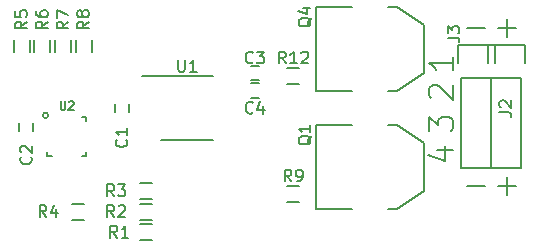
<source format=gbr>
G04 #@! TF.FileFunction,Legend,Top*
%FSLAX46Y46*%
G04 Gerber Fmt 4.6, Leading zero omitted, Abs format (unit mm)*
G04 Created by KiCad (PCBNEW 4.0.2+e4-6225~38~ubuntu14.04.1-stable) date Sat 23 Jul 2016 00:45:22 PDT*
%MOMM*%
G01*
G04 APERTURE LIST*
%ADD10C,0.100000*%
%ADD11C,0.200000*%
%ADD12C,0.150000*%
%ADD13C,0.152400*%
G04 APERTURE END LIST*
D10*
D11*
X161671429Y-85519048D02*
X163004762Y-85519048D01*
X160909524Y-85995238D02*
X162338095Y-86471429D01*
X162338095Y-85233333D01*
X161004762Y-83966667D02*
X161004762Y-82728571D01*
X161766667Y-83395238D01*
X161766667Y-83109524D01*
X161861905Y-82919048D01*
X161957143Y-82823810D01*
X162147619Y-82728571D01*
X162623810Y-82728571D01*
X162814286Y-82823810D01*
X162909524Y-82919048D01*
X163004762Y-83109524D01*
X163004762Y-83680952D01*
X162909524Y-83871429D01*
X162814286Y-83966667D01*
X161195238Y-81171429D02*
X161100000Y-81076191D01*
X161004762Y-80885714D01*
X161004762Y-80409524D01*
X161100000Y-80219048D01*
X161195238Y-80123810D01*
X161385714Y-80028571D01*
X161576190Y-80028571D01*
X161861905Y-80123810D01*
X163004762Y-81266667D01*
X163004762Y-80028571D01*
X163004762Y-77628571D02*
X163004762Y-78771429D01*
X163004762Y-78200000D02*
X161004762Y-78200000D01*
X161290476Y-78390476D01*
X161480952Y-78580952D01*
X161576190Y-78771429D01*
X165761905Y-75242857D02*
X164238095Y-75242857D01*
X165761905Y-88542857D02*
X164238095Y-88542857D01*
X168361905Y-88542857D02*
X166838095Y-88542857D01*
X167600000Y-89304762D02*
X167600000Y-87780952D01*
X168361905Y-75242857D02*
X166838095Y-75242857D01*
X167600000Y-76004762D02*
X167600000Y-74480952D01*
D12*
X154476000Y-83444000D02*
X151428000Y-83444000D01*
X151428000Y-83444000D02*
X151428000Y-90556000D01*
X151428000Y-90556000D02*
X154476000Y-90556000D01*
X157524000Y-83444000D02*
X158286000Y-83444000D01*
X158286000Y-83444000D02*
X160572000Y-84968000D01*
X160572000Y-84968000D02*
X160572000Y-89032000D01*
X160572000Y-89032000D02*
X158286000Y-90556000D01*
X158286000Y-90556000D02*
X157524000Y-90556000D01*
X154476000Y-73444000D02*
X151428000Y-73444000D01*
X151428000Y-73444000D02*
X151428000Y-80556000D01*
X151428000Y-80556000D02*
X154476000Y-80556000D01*
X157524000Y-73444000D02*
X158286000Y-73444000D01*
X158286000Y-73444000D02*
X160572000Y-74968000D01*
X160572000Y-74968000D02*
X160572000Y-79032000D01*
X160572000Y-79032000D02*
X158286000Y-80556000D01*
X158286000Y-80556000D02*
X157524000Y-80556000D01*
X137500000Y-93175000D02*
X136500000Y-93175000D01*
X136500000Y-91825000D02*
X137500000Y-91825000D01*
X137500000Y-91425000D02*
X136500000Y-91425000D01*
X136500000Y-90075000D02*
X137500000Y-90075000D01*
X137500000Y-89675000D02*
X136500000Y-89675000D01*
X136500000Y-88325000D02*
X137500000Y-88325000D01*
X130750000Y-90075000D02*
X131750000Y-90075000D01*
X131750000Y-91425000D02*
X130750000Y-91425000D01*
X125825000Y-77250000D02*
X125825000Y-76250000D01*
X127175000Y-76250000D02*
X127175000Y-77250000D01*
X127575000Y-77250000D02*
X127575000Y-76250000D01*
X128925000Y-76250000D02*
X128925000Y-77250000D01*
X129325000Y-77250000D02*
X129325000Y-76250000D01*
X130675000Y-76250000D02*
X130675000Y-77250000D01*
X131075000Y-77250000D02*
X131075000Y-76250000D01*
X132425000Y-76250000D02*
X132425000Y-77250000D01*
X138300000Y-84725000D02*
X142700000Y-84725000D01*
X136725000Y-79275000D02*
X142700000Y-79275000D01*
X135600000Y-81650000D02*
X135600000Y-82350000D01*
X134400000Y-82350000D02*
X134400000Y-81650000D01*
X126275000Y-83950000D02*
X126275000Y-83250000D01*
X127475000Y-83250000D02*
X127475000Y-83950000D01*
X145900000Y-78400000D02*
X146600000Y-78400000D01*
X146600000Y-79600000D02*
X145900000Y-79600000D01*
X145900000Y-79900000D02*
X146600000Y-79900000D01*
X146600000Y-81100000D02*
X145900000Y-81100000D01*
X149000000Y-88575000D02*
X150000000Y-88575000D01*
X150000000Y-89925000D02*
X149000000Y-89925000D01*
X149000000Y-78575000D02*
X150000000Y-78575000D01*
X150000000Y-79925000D02*
X149000000Y-79925000D01*
X168810000Y-79460000D02*
X168810000Y-87080000D01*
X166270000Y-79460000D02*
X166270000Y-87080000D01*
X165990000Y-76640000D02*
X165990000Y-78190000D01*
X168810000Y-87080000D02*
X166270000Y-87080000D01*
X166270000Y-79460000D02*
X168810000Y-79460000D01*
X169090000Y-78190000D02*
X169090000Y-76640000D01*
X169090000Y-76640000D02*
X165990000Y-76640000D01*
X166270000Y-79460000D02*
X166270000Y-87080000D01*
X163730000Y-79460000D02*
X163730000Y-87080000D01*
X163450000Y-76640000D02*
X163450000Y-78190000D01*
X166270000Y-87080000D02*
X163730000Y-87080000D01*
X163730000Y-79460000D02*
X166270000Y-79460000D01*
X166550000Y-78190000D02*
X166550000Y-76640000D01*
X166550000Y-76640000D02*
X163450000Y-76640000D01*
D13*
X128748607Y-82600000D02*
G75*
G03X128748607Y-82600000I-223607J0D01*
G01*
D12*
X131975000Y-82750000D02*
X131975000Y-83100000D01*
X128675000Y-86050000D02*
X128675000Y-85700000D01*
X131975000Y-86050000D02*
X131975000Y-85700000D01*
X128675000Y-86050000D02*
X129025000Y-86050000D01*
X131975000Y-86050000D02*
X131625000Y-86050000D01*
X131975000Y-82750000D02*
X131625000Y-82750000D01*
X151047619Y-84345238D02*
X151000000Y-84440476D01*
X150904762Y-84535714D01*
X150761905Y-84678571D01*
X150714286Y-84773810D01*
X150714286Y-84869048D01*
X150952381Y-84821429D02*
X150904762Y-84916667D01*
X150809524Y-85011905D01*
X150619048Y-85059524D01*
X150285714Y-85059524D01*
X150095238Y-85011905D01*
X150000000Y-84916667D01*
X149952381Y-84821429D01*
X149952381Y-84630952D01*
X150000000Y-84535714D01*
X150095238Y-84440476D01*
X150285714Y-84392857D01*
X150619048Y-84392857D01*
X150809524Y-84440476D01*
X150904762Y-84535714D01*
X150952381Y-84630952D01*
X150952381Y-84821429D01*
X150952381Y-83440476D02*
X150952381Y-84011905D01*
X150952381Y-83726191D02*
X149952381Y-83726191D01*
X150095238Y-83821429D01*
X150190476Y-83916667D01*
X150238095Y-84011905D01*
X151047619Y-74345238D02*
X151000000Y-74440476D01*
X150904762Y-74535714D01*
X150761905Y-74678571D01*
X150714286Y-74773810D01*
X150714286Y-74869048D01*
X150952381Y-74821429D02*
X150904762Y-74916667D01*
X150809524Y-75011905D01*
X150619048Y-75059524D01*
X150285714Y-75059524D01*
X150095238Y-75011905D01*
X150000000Y-74916667D01*
X149952381Y-74821429D01*
X149952381Y-74630952D01*
X150000000Y-74535714D01*
X150095238Y-74440476D01*
X150285714Y-74392857D01*
X150619048Y-74392857D01*
X150809524Y-74440476D01*
X150904762Y-74535714D01*
X150952381Y-74630952D01*
X150952381Y-74821429D01*
X150285714Y-73535714D02*
X150952381Y-73535714D01*
X149904762Y-73773810D02*
X150619048Y-74011905D01*
X150619048Y-73392857D01*
X134583334Y-92952381D02*
X134250000Y-92476190D01*
X134011905Y-92952381D02*
X134011905Y-91952381D01*
X134392858Y-91952381D01*
X134488096Y-92000000D01*
X134535715Y-92047619D01*
X134583334Y-92142857D01*
X134583334Y-92285714D01*
X134535715Y-92380952D01*
X134488096Y-92428571D01*
X134392858Y-92476190D01*
X134011905Y-92476190D01*
X135535715Y-92952381D02*
X134964286Y-92952381D01*
X135250000Y-92952381D02*
X135250000Y-91952381D01*
X135154762Y-92095238D01*
X135059524Y-92190476D01*
X134964286Y-92238095D01*
X134333334Y-91202381D02*
X134000000Y-90726190D01*
X133761905Y-91202381D02*
X133761905Y-90202381D01*
X134142858Y-90202381D01*
X134238096Y-90250000D01*
X134285715Y-90297619D01*
X134333334Y-90392857D01*
X134333334Y-90535714D01*
X134285715Y-90630952D01*
X134238096Y-90678571D01*
X134142858Y-90726190D01*
X133761905Y-90726190D01*
X134714286Y-90297619D02*
X134761905Y-90250000D01*
X134857143Y-90202381D01*
X135095239Y-90202381D01*
X135190477Y-90250000D01*
X135238096Y-90297619D01*
X135285715Y-90392857D01*
X135285715Y-90488095D01*
X135238096Y-90630952D01*
X134666667Y-91202381D01*
X135285715Y-91202381D01*
X134333334Y-89452381D02*
X134000000Y-88976190D01*
X133761905Y-89452381D02*
X133761905Y-88452381D01*
X134142858Y-88452381D01*
X134238096Y-88500000D01*
X134285715Y-88547619D01*
X134333334Y-88642857D01*
X134333334Y-88785714D01*
X134285715Y-88880952D01*
X134238096Y-88928571D01*
X134142858Y-88976190D01*
X133761905Y-88976190D01*
X134666667Y-88452381D02*
X135285715Y-88452381D01*
X134952381Y-88833333D01*
X135095239Y-88833333D01*
X135190477Y-88880952D01*
X135238096Y-88928571D01*
X135285715Y-89023810D01*
X135285715Y-89261905D01*
X135238096Y-89357143D01*
X135190477Y-89404762D01*
X135095239Y-89452381D01*
X134809524Y-89452381D01*
X134714286Y-89404762D01*
X134666667Y-89357143D01*
X128583334Y-91202381D02*
X128250000Y-90726190D01*
X128011905Y-91202381D02*
X128011905Y-90202381D01*
X128392858Y-90202381D01*
X128488096Y-90250000D01*
X128535715Y-90297619D01*
X128583334Y-90392857D01*
X128583334Y-90535714D01*
X128535715Y-90630952D01*
X128488096Y-90678571D01*
X128392858Y-90726190D01*
X128011905Y-90726190D01*
X129440477Y-90535714D02*
X129440477Y-91202381D01*
X129202381Y-90154762D02*
X128964286Y-90869048D01*
X129583334Y-90869048D01*
X126952381Y-74666666D02*
X126476190Y-75000000D01*
X126952381Y-75238095D02*
X125952381Y-75238095D01*
X125952381Y-74857142D01*
X126000000Y-74761904D01*
X126047619Y-74714285D01*
X126142857Y-74666666D01*
X126285714Y-74666666D01*
X126380952Y-74714285D01*
X126428571Y-74761904D01*
X126476190Y-74857142D01*
X126476190Y-75238095D01*
X125952381Y-73761904D02*
X125952381Y-74238095D01*
X126428571Y-74285714D01*
X126380952Y-74238095D01*
X126333333Y-74142857D01*
X126333333Y-73904761D01*
X126380952Y-73809523D01*
X126428571Y-73761904D01*
X126523810Y-73714285D01*
X126761905Y-73714285D01*
X126857143Y-73761904D01*
X126904762Y-73809523D01*
X126952381Y-73904761D01*
X126952381Y-74142857D01*
X126904762Y-74238095D01*
X126857143Y-74285714D01*
X128702381Y-74666666D02*
X128226190Y-75000000D01*
X128702381Y-75238095D02*
X127702381Y-75238095D01*
X127702381Y-74857142D01*
X127750000Y-74761904D01*
X127797619Y-74714285D01*
X127892857Y-74666666D01*
X128035714Y-74666666D01*
X128130952Y-74714285D01*
X128178571Y-74761904D01*
X128226190Y-74857142D01*
X128226190Y-75238095D01*
X127702381Y-73809523D02*
X127702381Y-74000000D01*
X127750000Y-74095238D01*
X127797619Y-74142857D01*
X127940476Y-74238095D01*
X128130952Y-74285714D01*
X128511905Y-74285714D01*
X128607143Y-74238095D01*
X128654762Y-74190476D01*
X128702381Y-74095238D01*
X128702381Y-73904761D01*
X128654762Y-73809523D01*
X128607143Y-73761904D01*
X128511905Y-73714285D01*
X128273810Y-73714285D01*
X128178571Y-73761904D01*
X128130952Y-73809523D01*
X128083333Y-73904761D01*
X128083333Y-74095238D01*
X128130952Y-74190476D01*
X128178571Y-74238095D01*
X128273810Y-74285714D01*
X130452381Y-74666666D02*
X129976190Y-75000000D01*
X130452381Y-75238095D02*
X129452381Y-75238095D01*
X129452381Y-74857142D01*
X129500000Y-74761904D01*
X129547619Y-74714285D01*
X129642857Y-74666666D01*
X129785714Y-74666666D01*
X129880952Y-74714285D01*
X129928571Y-74761904D01*
X129976190Y-74857142D01*
X129976190Y-75238095D01*
X129452381Y-74333333D02*
X129452381Y-73666666D01*
X130452381Y-74095238D01*
X132202381Y-74666666D02*
X131726190Y-75000000D01*
X132202381Y-75238095D02*
X131202381Y-75238095D01*
X131202381Y-74857142D01*
X131250000Y-74761904D01*
X131297619Y-74714285D01*
X131392857Y-74666666D01*
X131535714Y-74666666D01*
X131630952Y-74714285D01*
X131678571Y-74761904D01*
X131726190Y-74857142D01*
X131726190Y-75238095D01*
X131630952Y-74095238D02*
X131583333Y-74190476D01*
X131535714Y-74238095D01*
X131440476Y-74285714D01*
X131392857Y-74285714D01*
X131297619Y-74238095D01*
X131250000Y-74190476D01*
X131202381Y-74095238D01*
X131202381Y-73904761D01*
X131250000Y-73809523D01*
X131297619Y-73761904D01*
X131392857Y-73714285D01*
X131440476Y-73714285D01*
X131535714Y-73761904D01*
X131583333Y-73809523D01*
X131630952Y-73904761D01*
X131630952Y-74095238D01*
X131678571Y-74190476D01*
X131726190Y-74238095D01*
X131821429Y-74285714D01*
X132011905Y-74285714D01*
X132107143Y-74238095D01*
X132154762Y-74190476D01*
X132202381Y-74095238D01*
X132202381Y-73904761D01*
X132154762Y-73809523D01*
X132107143Y-73761904D01*
X132011905Y-73714285D01*
X131821429Y-73714285D01*
X131726190Y-73761904D01*
X131678571Y-73809523D01*
X131630952Y-73904761D01*
X139738095Y-77902381D02*
X139738095Y-78711905D01*
X139785714Y-78807143D01*
X139833333Y-78854762D01*
X139928571Y-78902381D01*
X140119048Y-78902381D01*
X140214286Y-78854762D01*
X140261905Y-78807143D01*
X140309524Y-78711905D01*
X140309524Y-77902381D01*
X141309524Y-78902381D02*
X140738095Y-78902381D01*
X141023809Y-78902381D02*
X141023809Y-77902381D01*
X140928571Y-78045238D01*
X140833333Y-78140476D01*
X140738095Y-78188095D01*
X135357143Y-84666666D02*
X135404762Y-84714285D01*
X135452381Y-84857142D01*
X135452381Y-84952380D01*
X135404762Y-85095238D01*
X135309524Y-85190476D01*
X135214286Y-85238095D01*
X135023810Y-85285714D01*
X134880952Y-85285714D01*
X134690476Y-85238095D01*
X134595238Y-85190476D01*
X134500000Y-85095238D01*
X134452381Y-84952380D01*
X134452381Y-84857142D01*
X134500000Y-84714285D01*
X134547619Y-84666666D01*
X135452381Y-83714285D02*
X135452381Y-84285714D01*
X135452381Y-84000000D02*
X134452381Y-84000000D01*
X134595238Y-84095238D01*
X134690476Y-84190476D01*
X134738095Y-84285714D01*
X127257143Y-86116666D02*
X127304762Y-86164285D01*
X127352381Y-86307142D01*
X127352381Y-86402380D01*
X127304762Y-86545238D01*
X127209524Y-86640476D01*
X127114286Y-86688095D01*
X126923810Y-86735714D01*
X126780952Y-86735714D01*
X126590476Y-86688095D01*
X126495238Y-86640476D01*
X126400000Y-86545238D01*
X126352381Y-86402380D01*
X126352381Y-86307142D01*
X126400000Y-86164285D01*
X126447619Y-86116666D01*
X126447619Y-85735714D02*
X126400000Y-85688095D01*
X126352381Y-85592857D01*
X126352381Y-85354761D01*
X126400000Y-85259523D01*
X126447619Y-85211904D01*
X126542857Y-85164285D01*
X126638095Y-85164285D01*
X126780952Y-85211904D01*
X127352381Y-85783333D01*
X127352381Y-85164285D01*
X146083334Y-78107143D02*
X146035715Y-78154762D01*
X145892858Y-78202381D01*
X145797620Y-78202381D01*
X145654762Y-78154762D01*
X145559524Y-78059524D01*
X145511905Y-77964286D01*
X145464286Y-77773810D01*
X145464286Y-77630952D01*
X145511905Y-77440476D01*
X145559524Y-77345238D01*
X145654762Y-77250000D01*
X145797620Y-77202381D01*
X145892858Y-77202381D01*
X146035715Y-77250000D01*
X146083334Y-77297619D01*
X146416667Y-77202381D02*
X147035715Y-77202381D01*
X146702381Y-77583333D01*
X146845239Y-77583333D01*
X146940477Y-77630952D01*
X146988096Y-77678571D01*
X147035715Y-77773810D01*
X147035715Y-78011905D01*
X146988096Y-78107143D01*
X146940477Y-78154762D01*
X146845239Y-78202381D01*
X146559524Y-78202381D01*
X146464286Y-78154762D01*
X146416667Y-78107143D01*
X146083334Y-82357143D02*
X146035715Y-82404762D01*
X145892858Y-82452381D01*
X145797620Y-82452381D01*
X145654762Y-82404762D01*
X145559524Y-82309524D01*
X145511905Y-82214286D01*
X145464286Y-82023810D01*
X145464286Y-81880952D01*
X145511905Y-81690476D01*
X145559524Y-81595238D01*
X145654762Y-81500000D01*
X145797620Y-81452381D01*
X145892858Y-81452381D01*
X146035715Y-81500000D01*
X146083334Y-81547619D01*
X146940477Y-81785714D02*
X146940477Y-82452381D01*
X146702381Y-81404762D02*
X146464286Y-82119048D01*
X147083334Y-82119048D01*
X149333334Y-88202381D02*
X149000000Y-87726190D01*
X148761905Y-88202381D02*
X148761905Y-87202381D01*
X149142858Y-87202381D01*
X149238096Y-87250000D01*
X149285715Y-87297619D01*
X149333334Y-87392857D01*
X149333334Y-87535714D01*
X149285715Y-87630952D01*
X149238096Y-87678571D01*
X149142858Y-87726190D01*
X148761905Y-87726190D01*
X149809524Y-88202381D02*
X150000000Y-88202381D01*
X150095239Y-88154762D01*
X150142858Y-88107143D01*
X150238096Y-87964286D01*
X150285715Y-87773810D01*
X150285715Y-87392857D01*
X150238096Y-87297619D01*
X150190477Y-87250000D01*
X150095239Y-87202381D01*
X149904762Y-87202381D01*
X149809524Y-87250000D01*
X149761905Y-87297619D01*
X149714286Y-87392857D01*
X149714286Y-87630952D01*
X149761905Y-87726190D01*
X149809524Y-87773810D01*
X149904762Y-87821429D01*
X150095239Y-87821429D01*
X150190477Y-87773810D01*
X150238096Y-87726190D01*
X150285715Y-87630952D01*
X148857143Y-78202381D02*
X148523809Y-77726190D01*
X148285714Y-78202381D02*
X148285714Y-77202381D01*
X148666667Y-77202381D01*
X148761905Y-77250000D01*
X148809524Y-77297619D01*
X148857143Y-77392857D01*
X148857143Y-77535714D01*
X148809524Y-77630952D01*
X148761905Y-77678571D01*
X148666667Y-77726190D01*
X148285714Y-77726190D01*
X149809524Y-78202381D02*
X149238095Y-78202381D01*
X149523809Y-78202381D02*
X149523809Y-77202381D01*
X149428571Y-77345238D01*
X149333333Y-77440476D01*
X149238095Y-77488095D01*
X150190476Y-77297619D02*
X150238095Y-77250000D01*
X150333333Y-77202381D01*
X150571429Y-77202381D01*
X150666667Y-77250000D01*
X150714286Y-77297619D01*
X150761905Y-77392857D01*
X150761905Y-77488095D01*
X150714286Y-77630952D01*
X150142857Y-78202381D01*
X150761905Y-78202381D01*
X162552381Y-76033333D02*
X163266667Y-76033333D01*
X163409524Y-76080953D01*
X163504762Y-76176191D01*
X163552381Y-76319048D01*
X163552381Y-76414286D01*
X162552381Y-75652381D02*
X162552381Y-75033333D01*
X162933333Y-75366667D01*
X162933333Y-75223809D01*
X162980952Y-75128571D01*
X163028571Y-75080952D01*
X163123810Y-75033333D01*
X163361905Y-75033333D01*
X163457143Y-75080952D01*
X163504762Y-75128571D01*
X163552381Y-75223809D01*
X163552381Y-75509524D01*
X163504762Y-75604762D01*
X163457143Y-75652381D01*
X166952381Y-82333333D02*
X167666667Y-82333333D01*
X167809524Y-82380953D01*
X167904762Y-82476191D01*
X167952381Y-82619048D01*
X167952381Y-82714286D01*
X167047619Y-81904762D02*
X167000000Y-81857143D01*
X166952381Y-81761905D01*
X166952381Y-81523809D01*
X167000000Y-81428571D01*
X167047619Y-81380952D01*
X167142857Y-81333333D01*
X167238095Y-81333333D01*
X167380952Y-81380952D01*
X167952381Y-81952381D01*
X167952381Y-81333333D01*
X129791667Y-81416667D02*
X129791667Y-81983333D01*
X129825000Y-82050000D01*
X129858333Y-82083333D01*
X129925000Y-82116667D01*
X130058333Y-82116667D01*
X130125000Y-82083333D01*
X130158333Y-82050000D01*
X130191667Y-81983333D01*
X130191667Y-81416667D01*
X130491666Y-81483333D02*
X130525000Y-81450000D01*
X130591666Y-81416667D01*
X130758333Y-81416667D01*
X130825000Y-81450000D01*
X130858333Y-81483333D01*
X130891666Y-81550000D01*
X130891666Y-81616667D01*
X130858333Y-81716667D01*
X130458333Y-82116667D01*
X130891666Y-82116667D01*
M02*

</source>
